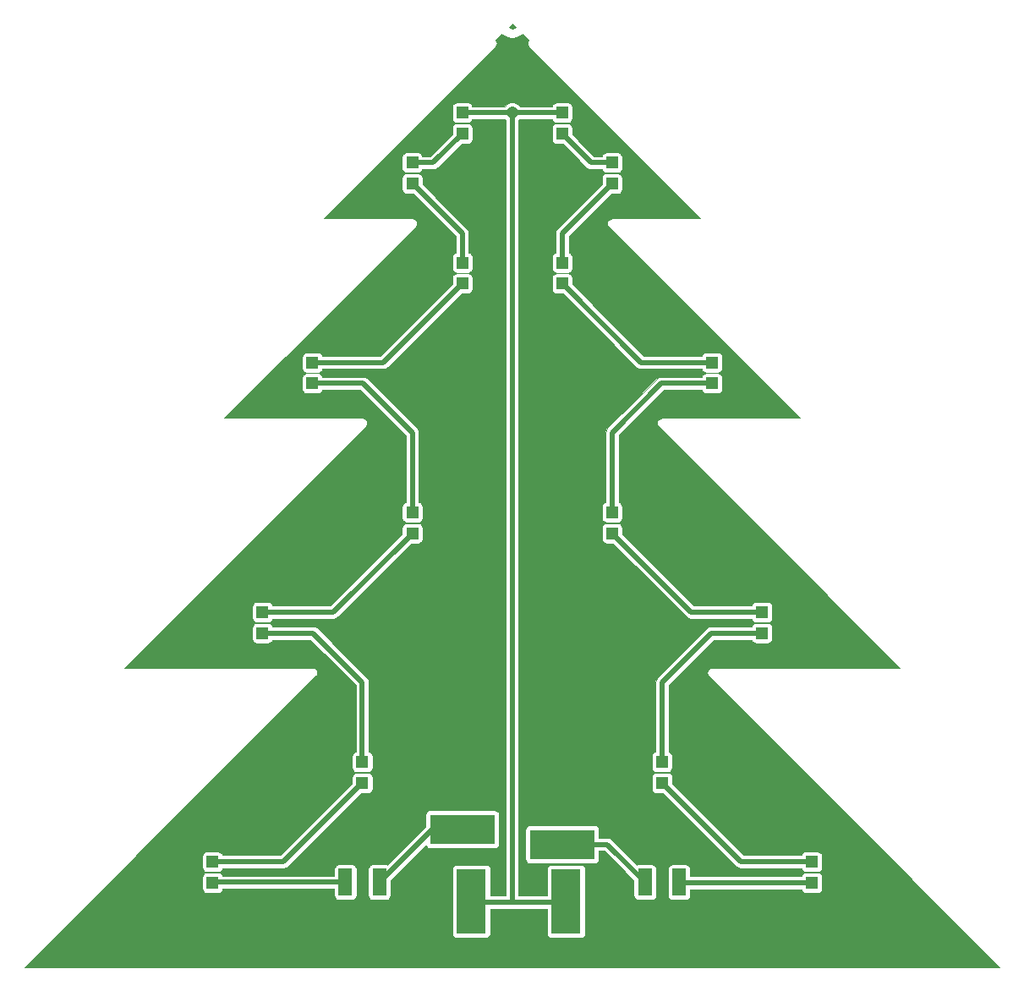
<source format=gbr>
G04 #@! TF.FileFunction,Copper,L2,Bot,Signal*
%FSLAX46Y46*%
G04 Gerber Fmt 4.6, Leading zero omitted, Abs format (unit mm)*
G04 Created by KiCad (PCBNEW 4.0.4-stable) date 12/14/16 08:21:57*
%MOMM*%
%LPD*%
G01*
G04 APERTURE LIST*
%ADD10C,0.100000*%
%ADD11R,1.198880X1.198880*%
%ADD12R,6.500000X3.000000*%
%ADD13R,3.000000X6.451600*%
%ADD14R,1.400000X2.700000*%
%ADD15C,1.200000*%
%ADD16C,0.500000*%
%ADD17C,0.025400*%
G04 APERTURE END LIST*
D10*
D11*
X55000000Y-16049020D03*
X55000000Y-13950980D03*
X60000000Y-21049020D03*
X60000000Y-18950980D03*
X55000000Y-31049020D03*
X55000000Y-28950980D03*
X70000000Y-41049020D03*
X70000000Y-38950980D03*
X60000000Y-56049020D03*
X60000000Y-53950980D03*
X75000000Y-66049020D03*
X75000000Y-63950980D03*
X65000000Y-81049020D03*
X65000000Y-78950980D03*
X80000000Y-91049020D03*
X80000000Y-88950980D03*
X45000000Y-16049020D03*
X45000000Y-13950980D03*
X40000000Y-21049020D03*
X40000000Y-18950980D03*
X45000000Y-31049020D03*
X45000000Y-28950980D03*
X30000000Y-41049020D03*
X30000000Y-38950980D03*
X40000000Y-56049020D03*
X40000000Y-53950980D03*
X25000000Y-66049020D03*
X25000000Y-63950980D03*
X35000000Y-81049020D03*
X35000000Y-78950980D03*
X20000000Y-91049020D03*
X20000000Y-88950980D03*
D12*
X55000000Y-87200000D03*
D13*
X55400000Y-92900000D03*
D12*
X45000000Y-85700000D03*
D13*
X45900000Y-92900000D03*
D14*
X66700000Y-91000000D03*
X63300000Y-91000000D03*
X33300000Y-91000000D03*
X36700000Y-91000000D03*
D15*
X50000000Y-13950980D03*
D16*
X50000000Y-93000000D02*
X55300000Y-93000000D01*
X55300000Y-93000000D02*
X55400000Y-92900000D01*
X50000000Y-93000000D02*
X46000000Y-93000000D01*
X46000000Y-93000000D02*
X45900000Y-92900000D01*
X50000000Y-13950980D02*
X50000000Y-93000000D01*
X45000000Y-13950980D02*
X50000000Y-13950980D01*
X50000000Y-13950980D02*
X55000000Y-13950980D01*
X55000000Y-16049020D02*
X57901960Y-18950980D01*
X57901960Y-18950980D02*
X60000000Y-18950980D01*
X60000000Y-21049020D02*
X55000000Y-26049020D01*
X55000000Y-26049020D02*
X55000000Y-28950980D01*
X55000000Y-31049020D02*
X62901960Y-38950980D01*
X62901960Y-38950980D02*
X70000000Y-38950980D01*
X70000000Y-41049020D02*
X64950980Y-41049020D01*
X60000000Y-46000000D02*
X60000000Y-53950980D01*
X64950980Y-41049020D02*
X60000000Y-46000000D01*
X60000000Y-56049020D02*
X67901960Y-63950980D01*
X67901960Y-63950980D02*
X75000000Y-63950980D01*
X75000000Y-66049020D02*
X69950980Y-66049020D01*
X65000000Y-71000000D02*
X65000000Y-78950980D01*
X69950980Y-66049020D02*
X65000000Y-71000000D01*
X65000000Y-81049020D02*
X72901960Y-88950980D01*
X72901960Y-88950980D02*
X80000000Y-88950980D01*
X66700000Y-91000000D02*
X66749020Y-91049020D01*
X66749020Y-91049020D02*
X80000000Y-91049020D01*
X40000000Y-18950980D02*
X42098040Y-18950980D01*
X42098040Y-18950980D02*
X45000000Y-16049020D01*
X45000000Y-28950980D02*
X45000000Y-26049020D01*
X45000000Y-26049020D02*
X40000000Y-21049020D01*
X30000000Y-38950980D02*
X37098040Y-38950980D01*
X37098040Y-38950980D02*
X45000000Y-31049020D01*
X40000000Y-53950980D02*
X40000000Y-46000000D01*
X35049020Y-41049020D02*
X30000000Y-41049020D01*
X40000000Y-46000000D02*
X35049020Y-41049020D01*
X25000000Y-63950980D02*
X32098040Y-63950980D01*
X32098040Y-63950980D02*
X40000000Y-56049020D01*
X25000000Y-66049020D02*
X30049020Y-66049020D01*
X35000000Y-71000000D02*
X35000000Y-78950980D01*
X30049020Y-66049020D02*
X35000000Y-71000000D01*
X20000000Y-88950980D02*
X27098040Y-88950980D01*
X27098040Y-88950980D02*
X35000000Y-81049020D01*
X20000000Y-91049020D02*
X20049020Y-91000000D01*
X20049020Y-91000000D02*
X33300000Y-91000000D01*
X63300000Y-91000000D02*
X59500000Y-87200000D01*
X59500000Y-87200000D02*
X55000000Y-87200000D01*
X36700000Y-91000000D02*
X42000000Y-85700000D01*
X42000000Y-85700000D02*
X45000000Y-85700000D01*
D17*
G36*
X51647950Y-6665910D02*
X51549424Y-6813366D01*
X51512300Y-7000000D01*
X51549424Y-7186634D01*
X51655144Y-7344856D01*
X68822588Y-24512300D01*
X60000000Y-24512300D01*
X59813365Y-24549424D01*
X59655144Y-24655144D01*
X59549424Y-24813365D01*
X59512300Y-25000000D01*
X59549424Y-25186635D01*
X59655144Y-25344856D01*
X78822588Y-44512300D01*
X65000000Y-44512300D01*
X64813365Y-44549424D01*
X64655144Y-44655144D01*
X64549424Y-44813365D01*
X64512300Y-45000000D01*
X64549424Y-45186635D01*
X64650095Y-45337300D01*
X64655144Y-45344856D01*
X88822588Y-69512300D01*
X70000000Y-69512300D01*
X69813365Y-69549424D01*
X69655144Y-69655144D01*
X69549424Y-69813365D01*
X69512300Y-70000000D01*
X69549424Y-70186635D01*
X69650095Y-70337300D01*
X69655144Y-70344856D01*
X98822588Y-99512300D01*
X1177412Y-99512300D01*
X10240132Y-90449580D01*
X18979775Y-90449580D01*
X18979775Y-91648460D01*
X19008552Y-91801397D01*
X19098938Y-91941861D01*
X19236851Y-92036093D01*
X19400560Y-92069245D01*
X20599440Y-92069245D01*
X20752377Y-92040468D01*
X20892841Y-91950082D01*
X20987073Y-91812169D01*
X21017341Y-91662700D01*
X32179215Y-91662700D01*
X32179215Y-92350000D01*
X32207992Y-92502937D01*
X32298378Y-92643401D01*
X32436291Y-92737633D01*
X32600000Y-92770785D01*
X34000000Y-92770785D01*
X34152937Y-92742008D01*
X34293401Y-92651622D01*
X34387633Y-92513709D01*
X34420785Y-92350000D01*
X34420785Y-89650000D01*
X35579215Y-89650000D01*
X35579215Y-92350000D01*
X35607992Y-92502937D01*
X35698378Y-92643401D01*
X35836291Y-92737633D01*
X36000000Y-92770785D01*
X37400000Y-92770785D01*
X37552937Y-92742008D01*
X37693401Y-92651622D01*
X37787633Y-92513709D01*
X37820785Y-92350000D01*
X37820785Y-90816415D01*
X38963000Y-89674200D01*
X43979215Y-89674200D01*
X43979215Y-96125800D01*
X44007992Y-96278737D01*
X44098378Y-96419201D01*
X44236291Y-96513433D01*
X44400000Y-96546585D01*
X47400000Y-96546585D01*
X47552937Y-96517808D01*
X47693401Y-96427422D01*
X47787633Y-96289509D01*
X47820785Y-96125800D01*
X47820785Y-93662700D01*
X53479215Y-93662700D01*
X53479215Y-96125800D01*
X53507992Y-96278737D01*
X53598378Y-96419201D01*
X53736291Y-96513433D01*
X53900000Y-96546585D01*
X56900000Y-96546585D01*
X57052937Y-96517808D01*
X57193401Y-96427422D01*
X57287633Y-96289509D01*
X57320785Y-96125800D01*
X57320785Y-89674200D01*
X57292008Y-89521263D01*
X57201622Y-89380799D01*
X57063709Y-89286567D01*
X56900000Y-89253415D01*
X53900000Y-89253415D01*
X53747063Y-89282192D01*
X53606599Y-89372578D01*
X53512367Y-89510491D01*
X53479215Y-89674200D01*
X53479215Y-92337300D01*
X50662700Y-92337300D01*
X50662700Y-85700000D01*
X51329215Y-85700000D01*
X51329215Y-88700000D01*
X51357992Y-88852937D01*
X51448378Y-88993401D01*
X51586291Y-89087633D01*
X51750000Y-89120785D01*
X58250000Y-89120785D01*
X58402937Y-89092008D01*
X58543401Y-89001622D01*
X58637633Y-88863709D01*
X58670785Y-88700000D01*
X58670785Y-87862700D01*
X59225500Y-87862700D01*
X62179215Y-90816414D01*
X62179215Y-92350000D01*
X62207992Y-92502937D01*
X62298378Y-92643401D01*
X62436291Y-92737633D01*
X62600000Y-92770785D01*
X64000000Y-92770785D01*
X64152937Y-92742008D01*
X64293401Y-92651622D01*
X64387633Y-92513709D01*
X64420785Y-92350000D01*
X64420785Y-89650000D01*
X65579215Y-89650000D01*
X65579215Y-92350000D01*
X65607992Y-92502937D01*
X65698378Y-92643401D01*
X65836291Y-92737633D01*
X66000000Y-92770785D01*
X67400000Y-92770785D01*
X67552937Y-92742008D01*
X67693401Y-92651622D01*
X67787633Y-92513709D01*
X67820785Y-92350000D01*
X67820785Y-91711720D01*
X78991678Y-91711720D01*
X79008552Y-91801397D01*
X79098938Y-91941861D01*
X79236851Y-92036093D01*
X79400560Y-92069245D01*
X80599440Y-92069245D01*
X80752377Y-92040468D01*
X80892841Y-91950082D01*
X80987073Y-91812169D01*
X81020225Y-91648460D01*
X81020225Y-90449580D01*
X80991448Y-90296643D01*
X80901062Y-90156179D01*
X80763149Y-90061947D01*
X80599440Y-90028795D01*
X79400560Y-90028795D01*
X79247623Y-90057572D01*
X79107159Y-90147958D01*
X79012927Y-90285871D01*
X78992586Y-90386320D01*
X67820785Y-90386320D01*
X67820785Y-89650000D01*
X67792008Y-89497063D01*
X67701622Y-89356599D01*
X67563709Y-89262367D01*
X67400000Y-89229215D01*
X66000000Y-89229215D01*
X65847063Y-89257992D01*
X65706599Y-89348378D01*
X65612367Y-89486291D01*
X65579215Y-89650000D01*
X64420785Y-89650000D01*
X64392008Y-89497063D01*
X64301622Y-89356599D01*
X64163709Y-89262367D01*
X64000000Y-89229215D01*
X62600000Y-89229215D01*
X62487570Y-89250370D01*
X59968600Y-86731400D01*
X59753605Y-86587745D01*
X59500000Y-86537300D01*
X58670785Y-86537300D01*
X58670785Y-85700000D01*
X58642008Y-85547063D01*
X58551622Y-85406599D01*
X58413709Y-85312367D01*
X58250000Y-85279215D01*
X51750000Y-85279215D01*
X51597063Y-85307992D01*
X51456599Y-85398378D01*
X51362367Y-85536291D01*
X51329215Y-85700000D01*
X50662700Y-85700000D01*
X50662700Y-80449580D01*
X63979775Y-80449580D01*
X63979775Y-81648460D01*
X64008552Y-81801397D01*
X64098938Y-81941861D01*
X64236851Y-82036093D01*
X64400560Y-82069245D01*
X65083025Y-82069245D01*
X72433360Y-89419580D01*
X72648355Y-89563235D01*
X72901960Y-89613680D01*
X78991678Y-89613680D01*
X79008552Y-89703357D01*
X79098938Y-89843821D01*
X79236851Y-89938053D01*
X79400560Y-89971205D01*
X80599440Y-89971205D01*
X80752377Y-89942428D01*
X80892841Y-89852042D01*
X80987073Y-89714129D01*
X81020225Y-89550420D01*
X81020225Y-88351540D01*
X80991448Y-88198603D01*
X80901062Y-88058139D01*
X80763149Y-87963907D01*
X80599440Y-87930755D01*
X79400560Y-87930755D01*
X79247623Y-87959532D01*
X79107159Y-88049918D01*
X79012927Y-88187831D01*
X78992586Y-88288280D01*
X73176460Y-88288280D01*
X66020225Y-81132045D01*
X66020225Y-80449580D01*
X65991448Y-80296643D01*
X65901062Y-80156179D01*
X65763149Y-80061947D01*
X65599440Y-80028795D01*
X64400560Y-80028795D01*
X64247623Y-80057572D01*
X64107159Y-80147958D01*
X64012927Y-80285871D01*
X63979775Y-80449580D01*
X50662700Y-80449580D01*
X50662700Y-78351540D01*
X63979775Y-78351540D01*
X63979775Y-79550420D01*
X64008552Y-79703357D01*
X64098938Y-79843821D01*
X64236851Y-79938053D01*
X64400560Y-79971205D01*
X65599440Y-79971205D01*
X65752377Y-79942428D01*
X65892841Y-79852042D01*
X65987073Y-79714129D01*
X66020225Y-79550420D01*
X66020225Y-78351540D01*
X65991448Y-78198603D01*
X65901062Y-78058139D01*
X65763149Y-77963907D01*
X65662700Y-77943566D01*
X65662700Y-71274500D01*
X70225480Y-66711720D01*
X73991678Y-66711720D01*
X74008552Y-66801397D01*
X74098938Y-66941861D01*
X74236851Y-67036093D01*
X74400560Y-67069245D01*
X75599440Y-67069245D01*
X75752377Y-67040468D01*
X75892841Y-66950082D01*
X75987073Y-66812169D01*
X76020225Y-66648460D01*
X76020225Y-65449580D01*
X75991448Y-65296643D01*
X75901062Y-65156179D01*
X75763149Y-65061947D01*
X75599440Y-65028795D01*
X74400560Y-65028795D01*
X74247623Y-65057572D01*
X74107159Y-65147958D01*
X74012927Y-65285871D01*
X73992586Y-65386320D01*
X69950980Y-65386320D01*
X69697375Y-65436765D01*
X69482380Y-65580420D01*
X64531400Y-70531400D01*
X64387745Y-70746395D01*
X64387745Y-70746396D01*
X64337300Y-71000000D01*
X64337300Y-77942658D01*
X64247623Y-77959532D01*
X64107159Y-78049918D01*
X64012927Y-78187831D01*
X63979775Y-78351540D01*
X50662700Y-78351540D01*
X50662700Y-55449580D01*
X58979775Y-55449580D01*
X58979775Y-56648460D01*
X59008552Y-56801397D01*
X59098938Y-56941861D01*
X59236851Y-57036093D01*
X59400560Y-57069245D01*
X60083025Y-57069245D01*
X67433360Y-64419580D01*
X67648355Y-64563235D01*
X67901960Y-64613680D01*
X73991678Y-64613680D01*
X74008552Y-64703357D01*
X74098938Y-64843821D01*
X74236851Y-64938053D01*
X74400560Y-64971205D01*
X75599440Y-64971205D01*
X75752377Y-64942428D01*
X75892841Y-64852042D01*
X75987073Y-64714129D01*
X76020225Y-64550420D01*
X76020225Y-63351540D01*
X75991448Y-63198603D01*
X75901062Y-63058139D01*
X75763149Y-62963907D01*
X75599440Y-62930755D01*
X74400560Y-62930755D01*
X74247623Y-62959532D01*
X74107159Y-63049918D01*
X74012927Y-63187831D01*
X73992586Y-63288280D01*
X68176460Y-63288280D01*
X61020225Y-56132045D01*
X61020225Y-55449580D01*
X60991448Y-55296643D01*
X60901062Y-55156179D01*
X60763149Y-55061947D01*
X60599440Y-55028795D01*
X59400560Y-55028795D01*
X59247623Y-55057572D01*
X59107159Y-55147958D01*
X59012927Y-55285871D01*
X58979775Y-55449580D01*
X50662700Y-55449580D01*
X50662700Y-53351540D01*
X58979775Y-53351540D01*
X58979775Y-54550420D01*
X59008552Y-54703357D01*
X59098938Y-54843821D01*
X59236851Y-54938053D01*
X59400560Y-54971205D01*
X60599440Y-54971205D01*
X60752377Y-54942428D01*
X60892841Y-54852042D01*
X60987073Y-54714129D01*
X61020225Y-54550420D01*
X61020225Y-53351540D01*
X60991448Y-53198603D01*
X60901062Y-53058139D01*
X60763149Y-52963907D01*
X60662700Y-52943566D01*
X60662700Y-46274500D01*
X65225480Y-41711720D01*
X68991678Y-41711720D01*
X69008552Y-41801397D01*
X69098938Y-41941861D01*
X69236851Y-42036093D01*
X69400560Y-42069245D01*
X70599440Y-42069245D01*
X70752377Y-42040468D01*
X70892841Y-41950082D01*
X70987073Y-41812169D01*
X71020225Y-41648460D01*
X71020225Y-40449580D01*
X70991448Y-40296643D01*
X70901062Y-40156179D01*
X70763149Y-40061947D01*
X70599440Y-40028795D01*
X69400560Y-40028795D01*
X69247623Y-40057572D01*
X69107159Y-40147958D01*
X69012927Y-40285871D01*
X68992586Y-40386320D01*
X64950980Y-40386320D01*
X64697375Y-40436765D01*
X64482380Y-40580420D01*
X59531400Y-45531400D01*
X59387745Y-45746395D01*
X59387745Y-45746396D01*
X59337300Y-46000000D01*
X59337300Y-52942658D01*
X59247623Y-52959532D01*
X59107159Y-53049918D01*
X59012927Y-53187831D01*
X58979775Y-53351540D01*
X50662700Y-53351540D01*
X50662700Y-30449580D01*
X53979775Y-30449580D01*
X53979775Y-31648460D01*
X54008552Y-31801397D01*
X54098938Y-31941861D01*
X54236851Y-32036093D01*
X54400560Y-32069245D01*
X55083025Y-32069245D01*
X62433360Y-39419580D01*
X62648355Y-39563235D01*
X62901960Y-39613680D01*
X68991678Y-39613680D01*
X69008552Y-39703357D01*
X69098938Y-39843821D01*
X69236851Y-39938053D01*
X69400560Y-39971205D01*
X70599440Y-39971205D01*
X70752377Y-39942428D01*
X70892841Y-39852042D01*
X70987073Y-39714129D01*
X71020225Y-39550420D01*
X71020225Y-38351540D01*
X70991448Y-38198603D01*
X70901062Y-38058139D01*
X70763149Y-37963907D01*
X70599440Y-37930755D01*
X69400560Y-37930755D01*
X69247623Y-37959532D01*
X69107159Y-38049918D01*
X69012927Y-38187831D01*
X68992586Y-38288280D01*
X63176460Y-38288280D01*
X56020225Y-31132045D01*
X56020225Y-30449580D01*
X55991448Y-30296643D01*
X55901062Y-30156179D01*
X55763149Y-30061947D01*
X55599440Y-30028795D01*
X54400560Y-30028795D01*
X54247623Y-30057572D01*
X54107159Y-30147958D01*
X54012927Y-30285871D01*
X53979775Y-30449580D01*
X50662700Y-30449580D01*
X50662700Y-28351540D01*
X53979775Y-28351540D01*
X53979775Y-29550420D01*
X54008552Y-29703357D01*
X54098938Y-29843821D01*
X54236851Y-29938053D01*
X54400560Y-29971205D01*
X55599440Y-29971205D01*
X55752377Y-29942428D01*
X55892841Y-29852042D01*
X55987073Y-29714129D01*
X56020225Y-29550420D01*
X56020225Y-28351540D01*
X55991448Y-28198603D01*
X55901062Y-28058139D01*
X55763149Y-27963907D01*
X55662700Y-27943566D01*
X55662700Y-26323520D01*
X59916975Y-22069245D01*
X60599440Y-22069245D01*
X60752377Y-22040468D01*
X60892841Y-21950082D01*
X60987073Y-21812169D01*
X61020225Y-21648460D01*
X61020225Y-20449580D01*
X60991448Y-20296643D01*
X60901062Y-20156179D01*
X60763149Y-20061947D01*
X60599440Y-20028795D01*
X59400560Y-20028795D01*
X59247623Y-20057572D01*
X59107159Y-20147958D01*
X59012927Y-20285871D01*
X58979775Y-20449580D01*
X58979775Y-21132045D01*
X54531400Y-25580420D01*
X54387745Y-25795415D01*
X54387745Y-25795416D01*
X54337300Y-26049020D01*
X54337300Y-27942658D01*
X54247623Y-27959532D01*
X54107159Y-28049918D01*
X54012927Y-28187831D01*
X53979775Y-28351540D01*
X50662700Y-28351540D01*
X50662700Y-15449580D01*
X53979775Y-15449580D01*
X53979775Y-16648460D01*
X54008552Y-16801397D01*
X54098938Y-16941861D01*
X54236851Y-17036093D01*
X54400560Y-17069245D01*
X55083025Y-17069245D01*
X57433360Y-19419580D01*
X57648355Y-19563235D01*
X57901960Y-19613680D01*
X58991678Y-19613680D01*
X59008552Y-19703357D01*
X59098938Y-19843821D01*
X59236851Y-19938053D01*
X59400560Y-19971205D01*
X60599440Y-19971205D01*
X60752377Y-19942428D01*
X60892841Y-19852042D01*
X60987073Y-19714129D01*
X61020225Y-19550420D01*
X61020225Y-18351540D01*
X60991448Y-18198603D01*
X60901062Y-18058139D01*
X60763149Y-17963907D01*
X60599440Y-17930755D01*
X59400560Y-17930755D01*
X59247623Y-17959532D01*
X59107159Y-18049918D01*
X59012927Y-18187831D01*
X58992586Y-18288280D01*
X58176460Y-18288280D01*
X56020225Y-16132045D01*
X56020225Y-15449580D01*
X55991448Y-15296643D01*
X55901062Y-15156179D01*
X55763149Y-15061947D01*
X55599440Y-15028795D01*
X54400560Y-15028795D01*
X54247623Y-15057572D01*
X54107159Y-15147958D01*
X54012927Y-15285871D01*
X53979775Y-15449580D01*
X50662700Y-15449580D01*
X50662700Y-14720362D01*
X50769568Y-14613680D01*
X53991678Y-14613680D01*
X54008552Y-14703357D01*
X54098938Y-14843821D01*
X54236851Y-14938053D01*
X54400560Y-14971205D01*
X55599440Y-14971205D01*
X55752377Y-14942428D01*
X55892841Y-14852042D01*
X55987073Y-14714129D01*
X56020225Y-14550420D01*
X56020225Y-13351540D01*
X55991448Y-13198603D01*
X55901062Y-13058139D01*
X55763149Y-12963907D01*
X55599440Y-12930755D01*
X54400560Y-12930755D01*
X54247623Y-12959532D01*
X54107159Y-13049918D01*
X54012927Y-13187831D01*
X53992586Y-13288280D01*
X50769382Y-13288280D01*
X50574397Y-13092955D01*
X50202322Y-12938456D01*
X49799445Y-12938105D01*
X49427101Y-13091954D01*
X49230432Y-13288280D01*
X46008322Y-13288280D01*
X45991448Y-13198603D01*
X45901062Y-13058139D01*
X45763149Y-12963907D01*
X45599440Y-12930755D01*
X44400560Y-12930755D01*
X44247623Y-12959532D01*
X44107159Y-13049918D01*
X44012927Y-13187831D01*
X43979775Y-13351540D01*
X43979775Y-14550420D01*
X44008552Y-14703357D01*
X44098938Y-14843821D01*
X44236851Y-14938053D01*
X44400560Y-14971205D01*
X45599440Y-14971205D01*
X45752377Y-14942428D01*
X45892841Y-14852042D01*
X45987073Y-14714129D01*
X46007414Y-14613680D01*
X49230618Y-14613680D01*
X49337300Y-14720548D01*
X49337300Y-92337300D01*
X47820785Y-92337300D01*
X47820785Y-89674200D01*
X47792008Y-89521263D01*
X47701622Y-89380799D01*
X47563709Y-89286567D01*
X47400000Y-89253415D01*
X44400000Y-89253415D01*
X44247063Y-89282192D01*
X44106599Y-89372578D01*
X44012367Y-89510491D01*
X43979215Y-89674200D01*
X38963000Y-89674200D01*
X41346316Y-87290884D01*
X41357992Y-87352937D01*
X41448378Y-87493401D01*
X41586291Y-87587633D01*
X41750000Y-87620785D01*
X48250000Y-87620785D01*
X48402937Y-87592008D01*
X48543401Y-87501622D01*
X48637633Y-87363709D01*
X48670785Y-87200000D01*
X48670785Y-84200000D01*
X48642008Y-84047063D01*
X48551622Y-83906599D01*
X48413709Y-83812367D01*
X48250000Y-83779215D01*
X41750000Y-83779215D01*
X41597063Y-83807992D01*
X41456599Y-83898378D01*
X41362367Y-84036291D01*
X41329215Y-84200000D01*
X41329215Y-85433585D01*
X37511089Y-89251711D01*
X37400000Y-89229215D01*
X36000000Y-89229215D01*
X35847063Y-89257992D01*
X35706599Y-89348378D01*
X35612367Y-89486291D01*
X35579215Y-89650000D01*
X34420785Y-89650000D01*
X34392008Y-89497063D01*
X34301622Y-89356599D01*
X34163709Y-89262367D01*
X34000000Y-89229215D01*
X32600000Y-89229215D01*
X32447063Y-89257992D01*
X32306599Y-89348378D01*
X32212367Y-89486291D01*
X32179215Y-89650000D01*
X32179215Y-90337300D01*
X20999098Y-90337300D01*
X20991448Y-90296643D01*
X20901062Y-90156179D01*
X20763149Y-90061947D01*
X20599440Y-90028795D01*
X19400560Y-90028795D01*
X19247623Y-90057572D01*
X19107159Y-90147958D01*
X19012927Y-90285871D01*
X18979775Y-90449580D01*
X10240132Y-90449580D01*
X12338172Y-88351540D01*
X18979775Y-88351540D01*
X18979775Y-89550420D01*
X19008552Y-89703357D01*
X19098938Y-89843821D01*
X19236851Y-89938053D01*
X19400560Y-89971205D01*
X20599440Y-89971205D01*
X20752377Y-89942428D01*
X20892841Y-89852042D01*
X20987073Y-89714129D01*
X21007414Y-89613680D01*
X27098040Y-89613680D01*
X27351645Y-89563235D01*
X27566640Y-89419580D01*
X34916975Y-82069245D01*
X35599440Y-82069245D01*
X35752377Y-82040468D01*
X35892841Y-81950082D01*
X35987073Y-81812169D01*
X36020225Y-81648460D01*
X36020225Y-80449580D01*
X35991448Y-80296643D01*
X35901062Y-80156179D01*
X35763149Y-80061947D01*
X35599440Y-80028795D01*
X34400560Y-80028795D01*
X34247623Y-80057572D01*
X34107159Y-80147958D01*
X34012927Y-80285871D01*
X33979775Y-80449580D01*
X33979775Y-81132045D01*
X26823540Y-88288280D01*
X21008322Y-88288280D01*
X20991448Y-88198603D01*
X20901062Y-88058139D01*
X20763149Y-87963907D01*
X20599440Y-87930755D01*
X19400560Y-87930755D01*
X19247623Y-87959532D01*
X19107159Y-88049918D01*
X19012927Y-88187831D01*
X18979775Y-88351540D01*
X12338172Y-88351540D01*
X30344856Y-70344856D01*
X30349905Y-70337300D01*
X30450576Y-70186635D01*
X30487700Y-70000000D01*
X30450576Y-69813365D01*
X30344856Y-69655144D01*
X30186635Y-69549424D01*
X30000000Y-69512300D01*
X11177412Y-69512300D01*
X15240132Y-65449580D01*
X23979775Y-65449580D01*
X23979775Y-66648460D01*
X24008552Y-66801397D01*
X24098938Y-66941861D01*
X24236851Y-67036093D01*
X24400560Y-67069245D01*
X25599440Y-67069245D01*
X25752377Y-67040468D01*
X25892841Y-66950082D01*
X25987073Y-66812169D01*
X26007414Y-66711720D01*
X29774520Y-66711720D01*
X34337300Y-71274500D01*
X34337300Y-77942658D01*
X34247623Y-77959532D01*
X34107159Y-78049918D01*
X34012927Y-78187831D01*
X33979775Y-78351540D01*
X33979775Y-79550420D01*
X34008552Y-79703357D01*
X34098938Y-79843821D01*
X34236851Y-79938053D01*
X34400560Y-79971205D01*
X35599440Y-79971205D01*
X35752377Y-79942428D01*
X35892841Y-79852042D01*
X35987073Y-79714129D01*
X36020225Y-79550420D01*
X36020225Y-78351540D01*
X35991448Y-78198603D01*
X35901062Y-78058139D01*
X35763149Y-77963907D01*
X35662700Y-77943566D01*
X35662700Y-71000000D01*
X35612255Y-70746396D01*
X35612255Y-70746395D01*
X35468600Y-70531400D01*
X30517620Y-65580420D01*
X30302625Y-65436765D01*
X30049020Y-65386320D01*
X26008322Y-65386320D01*
X25991448Y-65296643D01*
X25901062Y-65156179D01*
X25763149Y-65061947D01*
X25599440Y-65028795D01*
X24400560Y-65028795D01*
X24247623Y-65057572D01*
X24107159Y-65147958D01*
X24012927Y-65285871D01*
X23979775Y-65449580D01*
X15240132Y-65449580D01*
X17338172Y-63351540D01*
X23979775Y-63351540D01*
X23979775Y-64550420D01*
X24008552Y-64703357D01*
X24098938Y-64843821D01*
X24236851Y-64938053D01*
X24400560Y-64971205D01*
X25599440Y-64971205D01*
X25752377Y-64942428D01*
X25892841Y-64852042D01*
X25987073Y-64714129D01*
X26007414Y-64613680D01*
X32098040Y-64613680D01*
X32351645Y-64563235D01*
X32566640Y-64419580D01*
X39916975Y-57069245D01*
X40599440Y-57069245D01*
X40752377Y-57040468D01*
X40892841Y-56950082D01*
X40987073Y-56812169D01*
X41020225Y-56648460D01*
X41020225Y-55449580D01*
X40991448Y-55296643D01*
X40901062Y-55156179D01*
X40763149Y-55061947D01*
X40599440Y-55028795D01*
X39400560Y-55028795D01*
X39247623Y-55057572D01*
X39107159Y-55147958D01*
X39012927Y-55285871D01*
X38979775Y-55449580D01*
X38979775Y-56132045D01*
X31823540Y-63288280D01*
X26008322Y-63288280D01*
X25991448Y-63198603D01*
X25901062Y-63058139D01*
X25763149Y-62963907D01*
X25599440Y-62930755D01*
X24400560Y-62930755D01*
X24247623Y-62959532D01*
X24107159Y-63049918D01*
X24012927Y-63187831D01*
X23979775Y-63351540D01*
X17338172Y-63351540D01*
X35344856Y-45344856D01*
X35450576Y-45186635D01*
X35487700Y-45000000D01*
X35450576Y-44813366D01*
X35450576Y-44813365D01*
X35344856Y-44655144D01*
X35186635Y-44549424D01*
X35000000Y-44512300D01*
X21177412Y-44512300D01*
X25240132Y-40449580D01*
X28979775Y-40449580D01*
X28979775Y-41648460D01*
X29008552Y-41801397D01*
X29098938Y-41941861D01*
X29236851Y-42036093D01*
X29400560Y-42069245D01*
X30599440Y-42069245D01*
X30752377Y-42040468D01*
X30892841Y-41950082D01*
X30987073Y-41812169D01*
X31007414Y-41711720D01*
X34774520Y-41711720D01*
X39337300Y-46274500D01*
X39337300Y-52942658D01*
X39247623Y-52959532D01*
X39107159Y-53049918D01*
X39012927Y-53187831D01*
X38979775Y-53351540D01*
X38979775Y-54550420D01*
X39008552Y-54703357D01*
X39098938Y-54843821D01*
X39236851Y-54938053D01*
X39400560Y-54971205D01*
X40599440Y-54971205D01*
X40752377Y-54942428D01*
X40892841Y-54852042D01*
X40987073Y-54714129D01*
X41020225Y-54550420D01*
X41020225Y-53351540D01*
X40991448Y-53198603D01*
X40901062Y-53058139D01*
X40763149Y-52963907D01*
X40662700Y-52943566D01*
X40662700Y-46000000D01*
X40612255Y-45746396D01*
X40612255Y-45746395D01*
X40468600Y-45531400D01*
X35517620Y-40580420D01*
X35302625Y-40436765D01*
X35049020Y-40386320D01*
X31008322Y-40386320D01*
X30991448Y-40296643D01*
X30901062Y-40156179D01*
X30763149Y-40061947D01*
X30599440Y-40028795D01*
X29400560Y-40028795D01*
X29247623Y-40057572D01*
X29107159Y-40147958D01*
X29012927Y-40285871D01*
X28979775Y-40449580D01*
X25240132Y-40449580D01*
X27338172Y-38351540D01*
X28979775Y-38351540D01*
X28979775Y-39550420D01*
X29008552Y-39703357D01*
X29098938Y-39843821D01*
X29236851Y-39938053D01*
X29400560Y-39971205D01*
X30599440Y-39971205D01*
X30752377Y-39942428D01*
X30892841Y-39852042D01*
X30987073Y-39714129D01*
X31007414Y-39613680D01*
X37098040Y-39613680D01*
X37351645Y-39563235D01*
X37566640Y-39419580D01*
X44916975Y-32069245D01*
X45599440Y-32069245D01*
X45752377Y-32040468D01*
X45892841Y-31950082D01*
X45987073Y-31812169D01*
X46020225Y-31648460D01*
X46020225Y-30449580D01*
X45991448Y-30296643D01*
X45901062Y-30156179D01*
X45763149Y-30061947D01*
X45599440Y-30028795D01*
X44400560Y-30028795D01*
X44247623Y-30057572D01*
X44107159Y-30147958D01*
X44012927Y-30285871D01*
X43979775Y-30449580D01*
X43979775Y-31132045D01*
X36823540Y-38288280D01*
X31008322Y-38288280D01*
X30991448Y-38198603D01*
X30901062Y-38058139D01*
X30763149Y-37963907D01*
X30599440Y-37930755D01*
X29400560Y-37930755D01*
X29247623Y-37959532D01*
X29107159Y-38049918D01*
X29012927Y-38187831D01*
X28979775Y-38351540D01*
X27338172Y-38351540D01*
X40344856Y-25344856D01*
X40450576Y-25186635D01*
X40487700Y-25000000D01*
X40450576Y-24813366D01*
X40450576Y-24813365D01*
X40344856Y-24655144D01*
X40186635Y-24549424D01*
X40000000Y-24512300D01*
X31177412Y-24512300D01*
X35240132Y-20449580D01*
X38979775Y-20449580D01*
X38979775Y-21648460D01*
X39008552Y-21801397D01*
X39098938Y-21941861D01*
X39236851Y-22036093D01*
X39400560Y-22069245D01*
X40083025Y-22069245D01*
X44337300Y-26323520D01*
X44337300Y-27942658D01*
X44247623Y-27959532D01*
X44107159Y-28049918D01*
X44012927Y-28187831D01*
X43979775Y-28351540D01*
X43979775Y-29550420D01*
X44008552Y-29703357D01*
X44098938Y-29843821D01*
X44236851Y-29938053D01*
X44400560Y-29971205D01*
X45599440Y-29971205D01*
X45752377Y-29942428D01*
X45892841Y-29852042D01*
X45987073Y-29714129D01*
X46020225Y-29550420D01*
X46020225Y-28351540D01*
X45991448Y-28198603D01*
X45901062Y-28058139D01*
X45763149Y-27963907D01*
X45662700Y-27943566D01*
X45662700Y-26049025D01*
X45662701Y-26049020D01*
X45612255Y-25795416D01*
X45468600Y-25580420D01*
X41020225Y-21132045D01*
X41020225Y-20449580D01*
X40991448Y-20296643D01*
X40901062Y-20156179D01*
X40763149Y-20061947D01*
X40599440Y-20028795D01*
X39400560Y-20028795D01*
X39247623Y-20057572D01*
X39107159Y-20147958D01*
X39012927Y-20285871D01*
X38979775Y-20449580D01*
X35240132Y-20449580D01*
X37338172Y-18351540D01*
X38979775Y-18351540D01*
X38979775Y-19550420D01*
X39008552Y-19703357D01*
X39098938Y-19843821D01*
X39236851Y-19938053D01*
X39400560Y-19971205D01*
X40599440Y-19971205D01*
X40752377Y-19942428D01*
X40892841Y-19852042D01*
X40987073Y-19714129D01*
X41007414Y-19613680D01*
X42098040Y-19613680D01*
X42351645Y-19563235D01*
X42566640Y-19419580D01*
X44916975Y-17069245D01*
X45599440Y-17069245D01*
X45752377Y-17040468D01*
X45892841Y-16950082D01*
X45987073Y-16812169D01*
X46020225Y-16648460D01*
X46020225Y-15449580D01*
X45991448Y-15296643D01*
X45901062Y-15156179D01*
X45763149Y-15061947D01*
X45599440Y-15028795D01*
X44400560Y-15028795D01*
X44247623Y-15057572D01*
X44107159Y-15147958D01*
X44012927Y-15285871D01*
X43979775Y-15449580D01*
X43979775Y-16132045D01*
X41823540Y-18288280D01*
X41008322Y-18288280D01*
X40991448Y-18198603D01*
X40901062Y-18058139D01*
X40763149Y-17963907D01*
X40599440Y-17930755D01*
X39400560Y-17930755D01*
X39247623Y-17959532D01*
X39107159Y-18049918D01*
X39012927Y-18187831D01*
X38979775Y-18351540D01*
X37338172Y-18351540D01*
X48344856Y-7344856D01*
X48450577Y-7186635D01*
X48487700Y-7000000D01*
X48450577Y-6813366D01*
X48450577Y-6813365D01*
X48352050Y-6665910D01*
X48963643Y-6054317D01*
X49021941Y-6112615D01*
X49021944Y-6112616D01*
X49346365Y-6329388D01*
X49522172Y-6402209D01*
X49904853Y-6478329D01*
X50095147Y-6478329D01*
X50477828Y-6402209D01*
X50653634Y-6329388D01*
X50978056Y-6112616D01*
X50978059Y-6112615D01*
X51036357Y-6054317D01*
X51647950Y-6665910D01*
X51647950Y-6665910D01*
G37*
X51647950Y-6665910D02*
X51549424Y-6813366D01*
X51512300Y-7000000D01*
X51549424Y-7186634D01*
X51655144Y-7344856D01*
X68822588Y-24512300D01*
X60000000Y-24512300D01*
X59813365Y-24549424D01*
X59655144Y-24655144D01*
X59549424Y-24813365D01*
X59512300Y-25000000D01*
X59549424Y-25186635D01*
X59655144Y-25344856D01*
X78822588Y-44512300D01*
X65000000Y-44512300D01*
X64813365Y-44549424D01*
X64655144Y-44655144D01*
X64549424Y-44813365D01*
X64512300Y-45000000D01*
X64549424Y-45186635D01*
X64650095Y-45337300D01*
X64655144Y-45344856D01*
X88822588Y-69512300D01*
X70000000Y-69512300D01*
X69813365Y-69549424D01*
X69655144Y-69655144D01*
X69549424Y-69813365D01*
X69512300Y-70000000D01*
X69549424Y-70186635D01*
X69650095Y-70337300D01*
X69655144Y-70344856D01*
X98822588Y-99512300D01*
X1177412Y-99512300D01*
X10240132Y-90449580D01*
X18979775Y-90449580D01*
X18979775Y-91648460D01*
X19008552Y-91801397D01*
X19098938Y-91941861D01*
X19236851Y-92036093D01*
X19400560Y-92069245D01*
X20599440Y-92069245D01*
X20752377Y-92040468D01*
X20892841Y-91950082D01*
X20987073Y-91812169D01*
X21017341Y-91662700D01*
X32179215Y-91662700D01*
X32179215Y-92350000D01*
X32207992Y-92502937D01*
X32298378Y-92643401D01*
X32436291Y-92737633D01*
X32600000Y-92770785D01*
X34000000Y-92770785D01*
X34152937Y-92742008D01*
X34293401Y-92651622D01*
X34387633Y-92513709D01*
X34420785Y-92350000D01*
X34420785Y-89650000D01*
X35579215Y-89650000D01*
X35579215Y-92350000D01*
X35607992Y-92502937D01*
X35698378Y-92643401D01*
X35836291Y-92737633D01*
X36000000Y-92770785D01*
X37400000Y-92770785D01*
X37552937Y-92742008D01*
X37693401Y-92651622D01*
X37787633Y-92513709D01*
X37820785Y-92350000D01*
X37820785Y-90816415D01*
X38963000Y-89674200D01*
X43979215Y-89674200D01*
X43979215Y-96125800D01*
X44007992Y-96278737D01*
X44098378Y-96419201D01*
X44236291Y-96513433D01*
X44400000Y-96546585D01*
X47400000Y-96546585D01*
X47552937Y-96517808D01*
X47693401Y-96427422D01*
X47787633Y-96289509D01*
X47820785Y-96125800D01*
X47820785Y-93662700D01*
X53479215Y-93662700D01*
X53479215Y-96125800D01*
X53507992Y-96278737D01*
X53598378Y-96419201D01*
X53736291Y-96513433D01*
X53900000Y-96546585D01*
X56900000Y-96546585D01*
X57052937Y-96517808D01*
X57193401Y-96427422D01*
X57287633Y-96289509D01*
X57320785Y-96125800D01*
X57320785Y-89674200D01*
X57292008Y-89521263D01*
X57201622Y-89380799D01*
X57063709Y-89286567D01*
X56900000Y-89253415D01*
X53900000Y-89253415D01*
X53747063Y-89282192D01*
X53606599Y-89372578D01*
X53512367Y-89510491D01*
X53479215Y-89674200D01*
X53479215Y-92337300D01*
X50662700Y-92337300D01*
X50662700Y-85700000D01*
X51329215Y-85700000D01*
X51329215Y-88700000D01*
X51357992Y-88852937D01*
X51448378Y-88993401D01*
X51586291Y-89087633D01*
X51750000Y-89120785D01*
X58250000Y-89120785D01*
X58402937Y-89092008D01*
X58543401Y-89001622D01*
X58637633Y-88863709D01*
X58670785Y-88700000D01*
X58670785Y-87862700D01*
X59225500Y-87862700D01*
X62179215Y-90816414D01*
X62179215Y-92350000D01*
X62207992Y-92502937D01*
X62298378Y-92643401D01*
X62436291Y-92737633D01*
X62600000Y-92770785D01*
X64000000Y-92770785D01*
X64152937Y-92742008D01*
X64293401Y-92651622D01*
X64387633Y-92513709D01*
X64420785Y-92350000D01*
X64420785Y-89650000D01*
X65579215Y-89650000D01*
X65579215Y-92350000D01*
X65607992Y-92502937D01*
X65698378Y-92643401D01*
X65836291Y-92737633D01*
X66000000Y-92770785D01*
X67400000Y-92770785D01*
X67552937Y-92742008D01*
X67693401Y-92651622D01*
X67787633Y-92513709D01*
X67820785Y-92350000D01*
X67820785Y-91711720D01*
X78991678Y-91711720D01*
X79008552Y-91801397D01*
X79098938Y-91941861D01*
X79236851Y-92036093D01*
X79400560Y-92069245D01*
X80599440Y-92069245D01*
X80752377Y-92040468D01*
X80892841Y-91950082D01*
X80987073Y-91812169D01*
X81020225Y-91648460D01*
X81020225Y-90449580D01*
X80991448Y-90296643D01*
X80901062Y-90156179D01*
X80763149Y-90061947D01*
X80599440Y-90028795D01*
X79400560Y-90028795D01*
X79247623Y-90057572D01*
X79107159Y-90147958D01*
X79012927Y-90285871D01*
X78992586Y-90386320D01*
X67820785Y-90386320D01*
X67820785Y-89650000D01*
X67792008Y-89497063D01*
X67701622Y-89356599D01*
X67563709Y-89262367D01*
X67400000Y-89229215D01*
X66000000Y-89229215D01*
X65847063Y-89257992D01*
X65706599Y-89348378D01*
X65612367Y-89486291D01*
X65579215Y-89650000D01*
X64420785Y-89650000D01*
X64392008Y-89497063D01*
X64301622Y-89356599D01*
X64163709Y-89262367D01*
X64000000Y-89229215D01*
X62600000Y-89229215D01*
X62487570Y-89250370D01*
X59968600Y-86731400D01*
X59753605Y-86587745D01*
X59500000Y-86537300D01*
X58670785Y-86537300D01*
X58670785Y-85700000D01*
X58642008Y-85547063D01*
X58551622Y-85406599D01*
X58413709Y-85312367D01*
X58250000Y-85279215D01*
X51750000Y-85279215D01*
X51597063Y-85307992D01*
X51456599Y-85398378D01*
X51362367Y-85536291D01*
X51329215Y-85700000D01*
X50662700Y-85700000D01*
X50662700Y-80449580D01*
X63979775Y-80449580D01*
X63979775Y-81648460D01*
X64008552Y-81801397D01*
X64098938Y-81941861D01*
X64236851Y-82036093D01*
X64400560Y-82069245D01*
X65083025Y-82069245D01*
X72433360Y-89419580D01*
X72648355Y-89563235D01*
X72901960Y-89613680D01*
X78991678Y-89613680D01*
X79008552Y-89703357D01*
X79098938Y-89843821D01*
X79236851Y-89938053D01*
X79400560Y-89971205D01*
X80599440Y-89971205D01*
X80752377Y-89942428D01*
X80892841Y-89852042D01*
X80987073Y-89714129D01*
X81020225Y-89550420D01*
X81020225Y-88351540D01*
X80991448Y-88198603D01*
X80901062Y-88058139D01*
X80763149Y-87963907D01*
X80599440Y-87930755D01*
X79400560Y-87930755D01*
X79247623Y-87959532D01*
X79107159Y-88049918D01*
X79012927Y-88187831D01*
X78992586Y-88288280D01*
X73176460Y-88288280D01*
X66020225Y-81132045D01*
X66020225Y-80449580D01*
X65991448Y-80296643D01*
X65901062Y-80156179D01*
X65763149Y-80061947D01*
X65599440Y-80028795D01*
X64400560Y-80028795D01*
X64247623Y-80057572D01*
X64107159Y-80147958D01*
X64012927Y-80285871D01*
X63979775Y-80449580D01*
X50662700Y-80449580D01*
X50662700Y-78351540D01*
X63979775Y-78351540D01*
X63979775Y-79550420D01*
X64008552Y-79703357D01*
X64098938Y-79843821D01*
X64236851Y-79938053D01*
X64400560Y-79971205D01*
X65599440Y-79971205D01*
X65752377Y-79942428D01*
X65892841Y-79852042D01*
X65987073Y-79714129D01*
X66020225Y-79550420D01*
X66020225Y-78351540D01*
X65991448Y-78198603D01*
X65901062Y-78058139D01*
X65763149Y-77963907D01*
X65662700Y-77943566D01*
X65662700Y-71274500D01*
X70225480Y-66711720D01*
X73991678Y-66711720D01*
X74008552Y-66801397D01*
X74098938Y-66941861D01*
X74236851Y-67036093D01*
X74400560Y-67069245D01*
X75599440Y-67069245D01*
X75752377Y-67040468D01*
X75892841Y-66950082D01*
X75987073Y-66812169D01*
X76020225Y-66648460D01*
X76020225Y-65449580D01*
X75991448Y-65296643D01*
X75901062Y-65156179D01*
X75763149Y-65061947D01*
X75599440Y-65028795D01*
X74400560Y-65028795D01*
X74247623Y-65057572D01*
X74107159Y-65147958D01*
X74012927Y-65285871D01*
X73992586Y-65386320D01*
X69950980Y-65386320D01*
X69697375Y-65436765D01*
X69482380Y-65580420D01*
X64531400Y-70531400D01*
X64387745Y-70746395D01*
X64387745Y-70746396D01*
X64337300Y-71000000D01*
X64337300Y-77942658D01*
X64247623Y-77959532D01*
X64107159Y-78049918D01*
X64012927Y-78187831D01*
X63979775Y-78351540D01*
X50662700Y-78351540D01*
X50662700Y-55449580D01*
X58979775Y-55449580D01*
X58979775Y-56648460D01*
X59008552Y-56801397D01*
X59098938Y-56941861D01*
X59236851Y-57036093D01*
X59400560Y-57069245D01*
X60083025Y-57069245D01*
X67433360Y-64419580D01*
X67648355Y-64563235D01*
X67901960Y-64613680D01*
X73991678Y-64613680D01*
X74008552Y-64703357D01*
X74098938Y-64843821D01*
X74236851Y-64938053D01*
X74400560Y-64971205D01*
X75599440Y-64971205D01*
X75752377Y-64942428D01*
X75892841Y-64852042D01*
X75987073Y-64714129D01*
X76020225Y-64550420D01*
X76020225Y-63351540D01*
X75991448Y-63198603D01*
X75901062Y-63058139D01*
X75763149Y-62963907D01*
X75599440Y-62930755D01*
X74400560Y-62930755D01*
X74247623Y-62959532D01*
X74107159Y-63049918D01*
X74012927Y-63187831D01*
X73992586Y-63288280D01*
X68176460Y-63288280D01*
X61020225Y-56132045D01*
X61020225Y-55449580D01*
X60991448Y-55296643D01*
X60901062Y-55156179D01*
X60763149Y-55061947D01*
X60599440Y-55028795D01*
X59400560Y-55028795D01*
X59247623Y-55057572D01*
X59107159Y-55147958D01*
X59012927Y-55285871D01*
X58979775Y-55449580D01*
X50662700Y-55449580D01*
X50662700Y-53351540D01*
X58979775Y-53351540D01*
X58979775Y-54550420D01*
X59008552Y-54703357D01*
X59098938Y-54843821D01*
X59236851Y-54938053D01*
X59400560Y-54971205D01*
X60599440Y-54971205D01*
X60752377Y-54942428D01*
X60892841Y-54852042D01*
X60987073Y-54714129D01*
X61020225Y-54550420D01*
X61020225Y-53351540D01*
X60991448Y-53198603D01*
X60901062Y-53058139D01*
X60763149Y-52963907D01*
X60662700Y-52943566D01*
X60662700Y-46274500D01*
X65225480Y-41711720D01*
X68991678Y-41711720D01*
X69008552Y-41801397D01*
X69098938Y-41941861D01*
X69236851Y-42036093D01*
X69400560Y-42069245D01*
X70599440Y-42069245D01*
X70752377Y-42040468D01*
X70892841Y-41950082D01*
X70987073Y-41812169D01*
X71020225Y-41648460D01*
X71020225Y-40449580D01*
X70991448Y-40296643D01*
X70901062Y-40156179D01*
X70763149Y-40061947D01*
X70599440Y-40028795D01*
X69400560Y-40028795D01*
X69247623Y-40057572D01*
X69107159Y-40147958D01*
X69012927Y-40285871D01*
X68992586Y-40386320D01*
X64950980Y-40386320D01*
X64697375Y-40436765D01*
X64482380Y-40580420D01*
X59531400Y-45531400D01*
X59387745Y-45746395D01*
X59387745Y-45746396D01*
X59337300Y-46000000D01*
X59337300Y-52942658D01*
X59247623Y-52959532D01*
X59107159Y-53049918D01*
X59012927Y-53187831D01*
X58979775Y-53351540D01*
X50662700Y-53351540D01*
X50662700Y-30449580D01*
X53979775Y-30449580D01*
X53979775Y-31648460D01*
X54008552Y-31801397D01*
X54098938Y-31941861D01*
X54236851Y-32036093D01*
X54400560Y-32069245D01*
X55083025Y-32069245D01*
X62433360Y-39419580D01*
X62648355Y-39563235D01*
X62901960Y-39613680D01*
X68991678Y-39613680D01*
X69008552Y-39703357D01*
X69098938Y-39843821D01*
X69236851Y-39938053D01*
X69400560Y-39971205D01*
X70599440Y-39971205D01*
X70752377Y-39942428D01*
X70892841Y-39852042D01*
X70987073Y-39714129D01*
X71020225Y-39550420D01*
X71020225Y-38351540D01*
X70991448Y-38198603D01*
X70901062Y-38058139D01*
X70763149Y-37963907D01*
X70599440Y-37930755D01*
X69400560Y-37930755D01*
X69247623Y-37959532D01*
X69107159Y-38049918D01*
X69012927Y-38187831D01*
X68992586Y-38288280D01*
X63176460Y-38288280D01*
X56020225Y-31132045D01*
X56020225Y-30449580D01*
X55991448Y-30296643D01*
X55901062Y-30156179D01*
X55763149Y-30061947D01*
X55599440Y-30028795D01*
X54400560Y-30028795D01*
X54247623Y-30057572D01*
X54107159Y-30147958D01*
X54012927Y-30285871D01*
X53979775Y-30449580D01*
X50662700Y-30449580D01*
X50662700Y-28351540D01*
X53979775Y-28351540D01*
X53979775Y-29550420D01*
X54008552Y-29703357D01*
X54098938Y-29843821D01*
X54236851Y-29938053D01*
X54400560Y-29971205D01*
X55599440Y-29971205D01*
X55752377Y-29942428D01*
X55892841Y-29852042D01*
X55987073Y-29714129D01*
X56020225Y-29550420D01*
X56020225Y-28351540D01*
X55991448Y-28198603D01*
X55901062Y-28058139D01*
X55763149Y-27963907D01*
X55662700Y-27943566D01*
X55662700Y-26323520D01*
X59916975Y-22069245D01*
X60599440Y-22069245D01*
X60752377Y-22040468D01*
X60892841Y-21950082D01*
X60987073Y-21812169D01*
X61020225Y-21648460D01*
X61020225Y-20449580D01*
X60991448Y-20296643D01*
X60901062Y-20156179D01*
X60763149Y-20061947D01*
X60599440Y-20028795D01*
X59400560Y-20028795D01*
X59247623Y-20057572D01*
X59107159Y-20147958D01*
X59012927Y-20285871D01*
X58979775Y-20449580D01*
X58979775Y-21132045D01*
X54531400Y-25580420D01*
X54387745Y-25795415D01*
X54387745Y-25795416D01*
X54337300Y-26049020D01*
X54337300Y-27942658D01*
X54247623Y-27959532D01*
X54107159Y-28049918D01*
X54012927Y-28187831D01*
X53979775Y-28351540D01*
X50662700Y-28351540D01*
X50662700Y-15449580D01*
X53979775Y-15449580D01*
X53979775Y-16648460D01*
X54008552Y-16801397D01*
X54098938Y-16941861D01*
X54236851Y-17036093D01*
X54400560Y-17069245D01*
X55083025Y-17069245D01*
X57433360Y-19419580D01*
X57648355Y-19563235D01*
X57901960Y-19613680D01*
X58991678Y-19613680D01*
X59008552Y-19703357D01*
X59098938Y-19843821D01*
X59236851Y-19938053D01*
X59400560Y-19971205D01*
X60599440Y-19971205D01*
X60752377Y-19942428D01*
X60892841Y-19852042D01*
X60987073Y-19714129D01*
X61020225Y-19550420D01*
X61020225Y-18351540D01*
X60991448Y-18198603D01*
X60901062Y-18058139D01*
X60763149Y-17963907D01*
X60599440Y-17930755D01*
X59400560Y-17930755D01*
X59247623Y-17959532D01*
X59107159Y-18049918D01*
X59012927Y-18187831D01*
X58992586Y-18288280D01*
X58176460Y-18288280D01*
X56020225Y-16132045D01*
X56020225Y-15449580D01*
X55991448Y-15296643D01*
X55901062Y-15156179D01*
X55763149Y-15061947D01*
X55599440Y-15028795D01*
X54400560Y-15028795D01*
X54247623Y-15057572D01*
X54107159Y-15147958D01*
X54012927Y-15285871D01*
X53979775Y-15449580D01*
X50662700Y-15449580D01*
X50662700Y-14720362D01*
X50769568Y-14613680D01*
X53991678Y-14613680D01*
X54008552Y-14703357D01*
X54098938Y-14843821D01*
X54236851Y-14938053D01*
X54400560Y-14971205D01*
X55599440Y-14971205D01*
X55752377Y-14942428D01*
X55892841Y-14852042D01*
X55987073Y-14714129D01*
X56020225Y-14550420D01*
X56020225Y-13351540D01*
X55991448Y-13198603D01*
X55901062Y-13058139D01*
X55763149Y-12963907D01*
X55599440Y-12930755D01*
X54400560Y-12930755D01*
X54247623Y-12959532D01*
X54107159Y-13049918D01*
X54012927Y-13187831D01*
X53992586Y-13288280D01*
X50769382Y-13288280D01*
X50574397Y-13092955D01*
X50202322Y-12938456D01*
X49799445Y-12938105D01*
X49427101Y-13091954D01*
X49230432Y-13288280D01*
X46008322Y-13288280D01*
X45991448Y-13198603D01*
X45901062Y-13058139D01*
X45763149Y-12963907D01*
X45599440Y-12930755D01*
X44400560Y-12930755D01*
X44247623Y-12959532D01*
X44107159Y-13049918D01*
X44012927Y-13187831D01*
X43979775Y-13351540D01*
X43979775Y-14550420D01*
X44008552Y-14703357D01*
X44098938Y-14843821D01*
X44236851Y-14938053D01*
X44400560Y-14971205D01*
X45599440Y-14971205D01*
X45752377Y-14942428D01*
X45892841Y-14852042D01*
X45987073Y-14714129D01*
X46007414Y-14613680D01*
X49230618Y-14613680D01*
X49337300Y-14720548D01*
X49337300Y-92337300D01*
X47820785Y-92337300D01*
X47820785Y-89674200D01*
X47792008Y-89521263D01*
X47701622Y-89380799D01*
X47563709Y-89286567D01*
X47400000Y-89253415D01*
X44400000Y-89253415D01*
X44247063Y-89282192D01*
X44106599Y-89372578D01*
X44012367Y-89510491D01*
X43979215Y-89674200D01*
X38963000Y-89674200D01*
X41346316Y-87290884D01*
X41357992Y-87352937D01*
X41448378Y-87493401D01*
X41586291Y-87587633D01*
X41750000Y-87620785D01*
X48250000Y-87620785D01*
X48402937Y-87592008D01*
X48543401Y-87501622D01*
X48637633Y-87363709D01*
X48670785Y-87200000D01*
X48670785Y-84200000D01*
X48642008Y-84047063D01*
X48551622Y-83906599D01*
X48413709Y-83812367D01*
X48250000Y-83779215D01*
X41750000Y-83779215D01*
X41597063Y-83807992D01*
X41456599Y-83898378D01*
X41362367Y-84036291D01*
X41329215Y-84200000D01*
X41329215Y-85433585D01*
X37511089Y-89251711D01*
X37400000Y-89229215D01*
X36000000Y-89229215D01*
X35847063Y-89257992D01*
X35706599Y-89348378D01*
X35612367Y-89486291D01*
X35579215Y-89650000D01*
X34420785Y-89650000D01*
X34392008Y-89497063D01*
X34301622Y-89356599D01*
X34163709Y-89262367D01*
X34000000Y-89229215D01*
X32600000Y-89229215D01*
X32447063Y-89257992D01*
X32306599Y-89348378D01*
X32212367Y-89486291D01*
X32179215Y-89650000D01*
X32179215Y-90337300D01*
X20999098Y-90337300D01*
X20991448Y-90296643D01*
X20901062Y-90156179D01*
X20763149Y-90061947D01*
X20599440Y-90028795D01*
X19400560Y-90028795D01*
X19247623Y-90057572D01*
X19107159Y-90147958D01*
X19012927Y-90285871D01*
X18979775Y-90449580D01*
X10240132Y-90449580D01*
X12338172Y-88351540D01*
X18979775Y-88351540D01*
X18979775Y-89550420D01*
X19008552Y-89703357D01*
X19098938Y-89843821D01*
X19236851Y-89938053D01*
X19400560Y-89971205D01*
X20599440Y-89971205D01*
X20752377Y-89942428D01*
X20892841Y-89852042D01*
X20987073Y-89714129D01*
X21007414Y-89613680D01*
X27098040Y-89613680D01*
X27351645Y-89563235D01*
X27566640Y-89419580D01*
X34916975Y-82069245D01*
X35599440Y-82069245D01*
X35752377Y-82040468D01*
X35892841Y-81950082D01*
X35987073Y-81812169D01*
X36020225Y-81648460D01*
X36020225Y-80449580D01*
X35991448Y-80296643D01*
X35901062Y-80156179D01*
X35763149Y-80061947D01*
X35599440Y-80028795D01*
X34400560Y-80028795D01*
X34247623Y-80057572D01*
X34107159Y-80147958D01*
X34012927Y-80285871D01*
X33979775Y-80449580D01*
X33979775Y-81132045D01*
X26823540Y-88288280D01*
X21008322Y-88288280D01*
X20991448Y-88198603D01*
X20901062Y-88058139D01*
X20763149Y-87963907D01*
X20599440Y-87930755D01*
X19400560Y-87930755D01*
X19247623Y-87959532D01*
X19107159Y-88049918D01*
X19012927Y-88187831D01*
X18979775Y-88351540D01*
X12338172Y-88351540D01*
X30344856Y-70344856D01*
X30349905Y-70337300D01*
X30450576Y-70186635D01*
X30487700Y-70000000D01*
X30450576Y-69813365D01*
X30344856Y-69655144D01*
X30186635Y-69549424D01*
X30000000Y-69512300D01*
X11177412Y-69512300D01*
X15240132Y-65449580D01*
X23979775Y-65449580D01*
X23979775Y-66648460D01*
X24008552Y-66801397D01*
X24098938Y-66941861D01*
X24236851Y-67036093D01*
X24400560Y-67069245D01*
X25599440Y-67069245D01*
X25752377Y-67040468D01*
X25892841Y-66950082D01*
X25987073Y-66812169D01*
X26007414Y-66711720D01*
X29774520Y-66711720D01*
X34337300Y-71274500D01*
X34337300Y-77942658D01*
X34247623Y-77959532D01*
X34107159Y-78049918D01*
X34012927Y-78187831D01*
X33979775Y-78351540D01*
X33979775Y-79550420D01*
X34008552Y-79703357D01*
X34098938Y-79843821D01*
X34236851Y-79938053D01*
X34400560Y-79971205D01*
X35599440Y-79971205D01*
X35752377Y-79942428D01*
X35892841Y-79852042D01*
X35987073Y-79714129D01*
X36020225Y-79550420D01*
X36020225Y-78351540D01*
X35991448Y-78198603D01*
X35901062Y-78058139D01*
X35763149Y-77963907D01*
X35662700Y-77943566D01*
X35662700Y-71000000D01*
X35612255Y-70746396D01*
X35612255Y-70746395D01*
X35468600Y-70531400D01*
X30517620Y-65580420D01*
X30302625Y-65436765D01*
X30049020Y-65386320D01*
X26008322Y-65386320D01*
X25991448Y-65296643D01*
X25901062Y-65156179D01*
X25763149Y-65061947D01*
X25599440Y-65028795D01*
X24400560Y-65028795D01*
X24247623Y-65057572D01*
X24107159Y-65147958D01*
X24012927Y-65285871D01*
X23979775Y-65449580D01*
X15240132Y-65449580D01*
X17338172Y-63351540D01*
X23979775Y-63351540D01*
X23979775Y-64550420D01*
X24008552Y-64703357D01*
X24098938Y-64843821D01*
X24236851Y-64938053D01*
X24400560Y-64971205D01*
X25599440Y-64971205D01*
X25752377Y-64942428D01*
X25892841Y-64852042D01*
X25987073Y-64714129D01*
X26007414Y-64613680D01*
X32098040Y-64613680D01*
X32351645Y-64563235D01*
X32566640Y-64419580D01*
X39916975Y-57069245D01*
X40599440Y-57069245D01*
X40752377Y-57040468D01*
X40892841Y-56950082D01*
X40987073Y-56812169D01*
X41020225Y-56648460D01*
X41020225Y-55449580D01*
X40991448Y-55296643D01*
X40901062Y-55156179D01*
X40763149Y-55061947D01*
X40599440Y-55028795D01*
X39400560Y-55028795D01*
X39247623Y-55057572D01*
X39107159Y-55147958D01*
X39012927Y-55285871D01*
X38979775Y-55449580D01*
X38979775Y-56132045D01*
X31823540Y-63288280D01*
X26008322Y-63288280D01*
X25991448Y-63198603D01*
X25901062Y-63058139D01*
X25763149Y-62963907D01*
X25599440Y-62930755D01*
X24400560Y-62930755D01*
X24247623Y-62959532D01*
X24107159Y-63049918D01*
X24012927Y-63187831D01*
X23979775Y-63351540D01*
X17338172Y-63351540D01*
X35344856Y-45344856D01*
X35450576Y-45186635D01*
X35487700Y-45000000D01*
X35450576Y-44813366D01*
X35450576Y-44813365D01*
X35344856Y-44655144D01*
X35186635Y-44549424D01*
X35000000Y-44512300D01*
X21177412Y-44512300D01*
X25240132Y-40449580D01*
X28979775Y-40449580D01*
X28979775Y-41648460D01*
X29008552Y-41801397D01*
X29098938Y-41941861D01*
X29236851Y-42036093D01*
X29400560Y-42069245D01*
X30599440Y-42069245D01*
X30752377Y-42040468D01*
X30892841Y-41950082D01*
X30987073Y-41812169D01*
X31007414Y-41711720D01*
X34774520Y-41711720D01*
X39337300Y-46274500D01*
X39337300Y-52942658D01*
X39247623Y-52959532D01*
X39107159Y-53049918D01*
X39012927Y-53187831D01*
X38979775Y-53351540D01*
X38979775Y-54550420D01*
X39008552Y-54703357D01*
X39098938Y-54843821D01*
X39236851Y-54938053D01*
X39400560Y-54971205D01*
X40599440Y-54971205D01*
X40752377Y-54942428D01*
X40892841Y-54852042D01*
X40987073Y-54714129D01*
X41020225Y-54550420D01*
X41020225Y-53351540D01*
X40991448Y-53198603D01*
X40901062Y-53058139D01*
X40763149Y-52963907D01*
X40662700Y-52943566D01*
X40662700Y-46000000D01*
X40612255Y-45746396D01*
X40612255Y-45746395D01*
X40468600Y-45531400D01*
X35517620Y-40580420D01*
X35302625Y-40436765D01*
X35049020Y-40386320D01*
X31008322Y-40386320D01*
X30991448Y-40296643D01*
X30901062Y-40156179D01*
X30763149Y-40061947D01*
X30599440Y-40028795D01*
X29400560Y-40028795D01*
X29247623Y-40057572D01*
X29107159Y-40147958D01*
X29012927Y-40285871D01*
X28979775Y-40449580D01*
X25240132Y-40449580D01*
X27338172Y-38351540D01*
X28979775Y-38351540D01*
X28979775Y-39550420D01*
X29008552Y-39703357D01*
X29098938Y-39843821D01*
X29236851Y-39938053D01*
X29400560Y-39971205D01*
X30599440Y-39971205D01*
X30752377Y-39942428D01*
X30892841Y-39852042D01*
X30987073Y-39714129D01*
X31007414Y-39613680D01*
X37098040Y-39613680D01*
X37351645Y-39563235D01*
X37566640Y-39419580D01*
X44916975Y-32069245D01*
X45599440Y-32069245D01*
X45752377Y-32040468D01*
X45892841Y-31950082D01*
X45987073Y-31812169D01*
X46020225Y-31648460D01*
X46020225Y-30449580D01*
X45991448Y-30296643D01*
X45901062Y-30156179D01*
X45763149Y-30061947D01*
X45599440Y-30028795D01*
X44400560Y-30028795D01*
X44247623Y-30057572D01*
X44107159Y-30147958D01*
X44012927Y-30285871D01*
X43979775Y-30449580D01*
X43979775Y-31132045D01*
X36823540Y-38288280D01*
X31008322Y-38288280D01*
X30991448Y-38198603D01*
X30901062Y-38058139D01*
X30763149Y-37963907D01*
X30599440Y-37930755D01*
X29400560Y-37930755D01*
X29247623Y-37959532D01*
X29107159Y-38049918D01*
X29012927Y-38187831D01*
X28979775Y-38351540D01*
X27338172Y-38351540D01*
X40344856Y-25344856D01*
X40450576Y-25186635D01*
X40487700Y-25000000D01*
X40450576Y-24813366D01*
X40450576Y-24813365D01*
X40344856Y-24655144D01*
X40186635Y-24549424D01*
X40000000Y-24512300D01*
X31177412Y-24512300D01*
X35240132Y-20449580D01*
X38979775Y-20449580D01*
X38979775Y-21648460D01*
X39008552Y-21801397D01*
X39098938Y-21941861D01*
X39236851Y-22036093D01*
X39400560Y-22069245D01*
X40083025Y-22069245D01*
X44337300Y-26323520D01*
X44337300Y-27942658D01*
X44247623Y-27959532D01*
X44107159Y-28049918D01*
X44012927Y-28187831D01*
X43979775Y-28351540D01*
X43979775Y-29550420D01*
X44008552Y-29703357D01*
X44098938Y-29843821D01*
X44236851Y-29938053D01*
X44400560Y-29971205D01*
X45599440Y-29971205D01*
X45752377Y-29942428D01*
X45892841Y-29852042D01*
X45987073Y-29714129D01*
X46020225Y-29550420D01*
X46020225Y-28351540D01*
X45991448Y-28198603D01*
X45901062Y-28058139D01*
X45763149Y-27963907D01*
X45662700Y-27943566D01*
X45662700Y-26049025D01*
X45662701Y-26049020D01*
X45612255Y-25795416D01*
X45468600Y-25580420D01*
X41020225Y-21132045D01*
X41020225Y-20449580D01*
X40991448Y-20296643D01*
X40901062Y-20156179D01*
X40763149Y-20061947D01*
X40599440Y-20028795D01*
X39400560Y-20028795D01*
X39247623Y-20057572D01*
X39107159Y-20147958D01*
X39012927Y-20285871D01*
X38979775Y-20449580D01*
X35240132Y-20449580D01*
X37338172Y-18351540D01*
X38979775Y-18351540D01*
X38979775Y-19550420D01*
X39008552Y-19703357D01*
X39098938Y-19843821D01*
X39236851Y-19938053D01*
X39400560Y-19971205D01*
X40599440Y-19971205D01*
X40752377Y-19942428D01*
X40892841Y-19852042D01*
X40987073Y-19714129D01*
X41007414Y-19613680D01*
X42098040Y-19613680D01*
X42351645Y-19563235D01*
X42566640Y-19419580D01*
X44916975Y-17069245D01*
X45599440Y-17069245D01*
X45752377Y-17040468D01*
X45892841Y-16950082D01*
X45987073Y-16812169D01*
X46020225Y-16648460D01*
X46020225Y-15449580D01*
X45991448Y-15296643D01*
X45901062Y-15156179D01*
X45763149Y-15061947D01*
X45599440Y-15028795D01*
X44400560Y-15028795D01*
X44247623Y-15057572D01*
X44107159Y-15147958D01*
X44012927Y-15285871D01*
X43979775Y-15449580D01*
X43979775Y-16132045D01*
X41823540Y-18288280D01*
X41008322Y-18288280D01*
X40991448Y-18198603D01*
X40901062Y-18058139D01*
X40763149Y-17963907D01*
X40599440Y-17930755D01*
X39400560Y-17930755D01*
X39247623Y-17959532D01*
X39107159Y-18049918D01*
X39012927Y-18187831D01*
X38979775Y-18351540D01*
X37338172Y-18351540D01*
X48344856Y-7344856D01*
X48450577Y-7186635D01*
X48487700Y-7000000D01*
X48450577Y-6813366D01*
X48450577Y-6813365D01*
X48352050Y-6665910D01*
X48963643Y-6054317D01*
X49021941Y-6112615D01*
X49021944Y-6112616D01*
X49346365Y-6329388D01*
X49522172Y-6402209D01*
X49904853Y-6478329D01*
X50095147Y-6478329D01*
X50477828Y-6402209D01*
X50653634Y-6329388D01*
X50978056Y-6112616D01*
X50978059Y-6112615D01*
X51036357Y-6054317D01*
X51647950Y-6665910D01*
G36*
X50344729Y-5362689D02*
X50192392Y-5464477D01*
X50000000Y-5502746D01*
X49807608Y-5464477D01*
X49655271Y-5362689D01*
X50000000Y-5017960D01*
X50344729Y-5362689D01*
X50344729Y-5362689D01*
G37*
X50344729Y-5362689D02*
X50192392Y-5464477D01*
X50000000Y-5502746D01*
X49807608Y-5464477D01*
X49655271Y-5362689D01*
X50000000Y-5017960D01*
X50344729Y-5362689D01*
M02*

</source>
